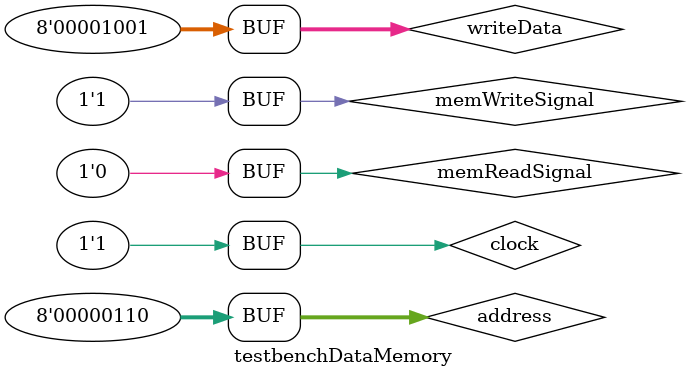
<source format=v>
`timescale 1ns / 1ps


module testbenchDataMemory();
reg clock;
reg [7:0] address;
reg [7:0] writeData;
wire [7:0] dataOut;
reg [7:0] dataMemory [0:255];
reg memReadSignal, memWriteSignal;
dataMemory UUT(.clock(clock),.memReadSignal(memReadSignal), .memWriteSignal(memWriteSignal), .address(address), .writeData(writeData), .dataOut(dataOut));
initial
begin 
clock = 0;  
memReadSignal = 0;
memWriteSignal = 1;
dataMemory[0] = 8'b00001000;
dataMemory[1] = 8'b00001001;
dataMemory[2] = 8'b00000001;
dataMemory[3] = 8'b00000101;
address = 8'b00000000;
writeData = 8'b00000110;
#5
clock = 1;
#5
clock = 0; 
address = 8'b00000000;
writeData = 8'b00000100;
#5
clock = 1; 
#5
clock = 0;
address = 8'b00000110;
writeData = 8'b00001001;
#5 
clock = 1; 
end 

always@(posedge clock)
begin
    dataMemory[address] <= writeData;
end


endmodule




</source>
